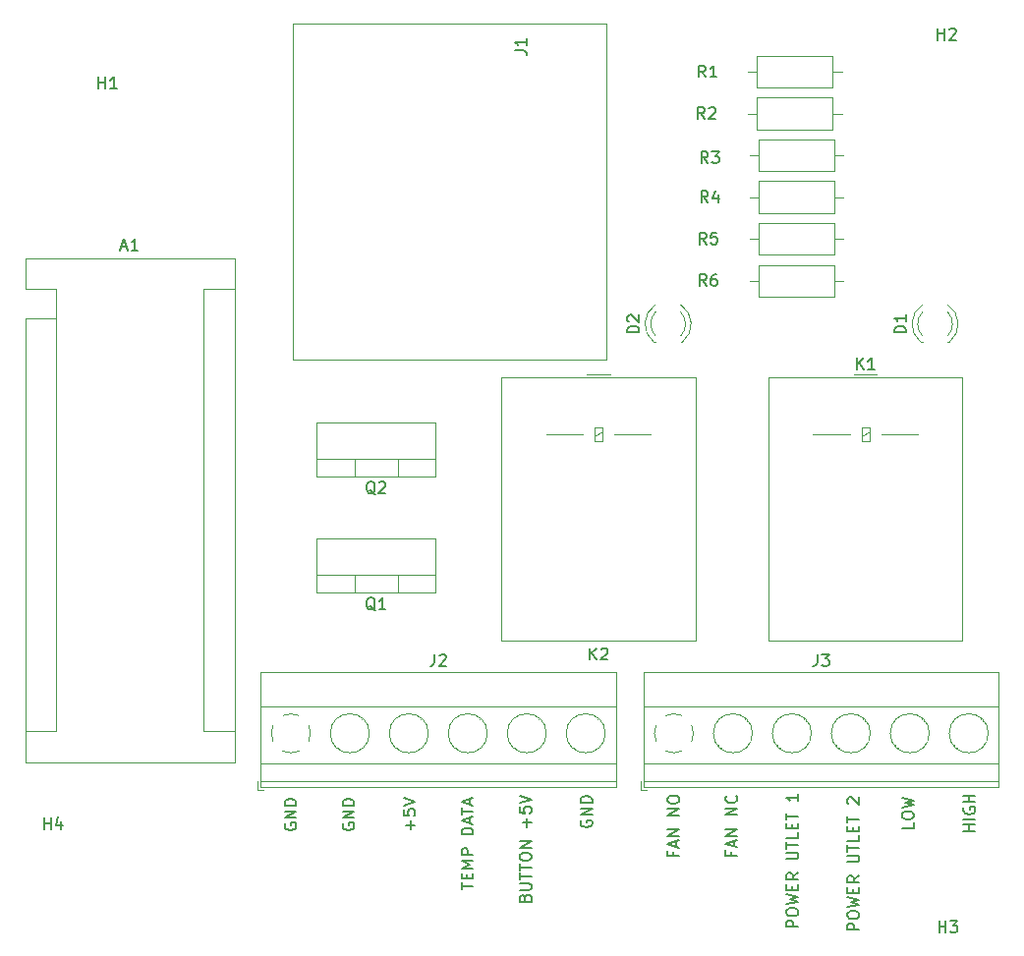
<source format=gto>
G04 #@! TF.GenerationSoftware,KiCad,Pcbnew,5.1.4*
G04 #@! TF.CreationDate,2019-11-04T19:33:23+01:00*
G04 #@! TF.ProjectId,fan-controller,66616e2d-636f-46e7-9472-6f6c6c65722e,1.0*
G04 #@! TF.SameCoordinates,Original*
G04 #@! TF.FileFunction,Legend,Top*
G04 #@! TF.FilePolarity,Positive*
%FSLAX46Y46*%
G04 Gerber Fmt 4.6, Leading zero omitted, Abs format (unit mm)*
G04 Created by KiCad (PCBNEW 5.1.4) date 2019-11-04 19:33:23*
%MOMM*%
%LPD*%
G04 APERTURE LIST*
%ADD10C,0.150000*%
%ADD11C,0.120000*%
G04 APERTURE END LIST*
D10*
X175452380Y-133447619D02*
X174452380Y-133447619D01*
X174928571Y-133447619D02*
X174928571Y-132876190D01*
X175452380Y-132876190D02*
X174452380Y-132876190D01*
X175452380Y-132400000D02*
X174452380Y-132400000D01*
X174500000Y-131400000D02*
X174452380Y-131495238D01*
X174452380Y-131638095D01*
X174500000Y-131780952D01*
X174595238Y-131876190D01*
X174690476Y-131923809D01*
X174880952Y-131971428D01*
X175023809Y-131971428D01*
X175214285Y-131923809D01*
X175309523Y-131876190D01*
X175404761Y-131780952D01*
X175452380Y-131638095D01*
X175452380Y-131542857D01*
X175404761Y-131400000D01*
X175357142Y-131352380D01*
X175023809Y-131352380D01*
X175023809Y-131542857D01*
X175452380Y-130923809D02*
X174452380Y-130923809D01*
X174928571Y-130923809D02*
X174928571Y-130352380D01*
X175452380Y-130352380D02*
X174452380Y-130352380D01*
X170152380Y-132685714D02*
X170152380Y-133161904D01*
X169152380Y-133161904D01*
X169152380Y-132161904D02*
X169152380Y-131971428D01*
X169200000Y-131876190D01*
X169295238Y-131780952D01*
X169485714Y-131733333D01*
X169819047Y-131733333D01*
X170009523Y-131780952D01*
X170104761Y-131876190D01*
X170152380Y-131971428D01*
X170152380Y-132161904D01*
X170104761Y-132257142D01*
X170009523Y-132352380D01*
X169819047Y-132400000D01*
X169485714Y-132400000D01*
X169295238Y-132352380D01*
X169200000Y-132257142D01*
X169152380Y-132161904D01*
X169152380Y-131400000D02*
X170152380Y-131161904D01*
X169438095Y-130971428D01*
X170152380Y-130780952D01*
X169152380Y-130542857D01*
X165452380Y-141940476D02*
X164452380Y-141940476D01*
X164452380Y-141559523D01*
X164500000Y-141464285D01*
X164547619Y-141416666D01*
X164642857Y-141369047D01*
X164785714Y-141369047D01*
X164880952Y-141416666D01*
X164928571Y-141464285D01*
X164976190Y-141559523D01*
X164976190Y-141940476D01*
X164452380Y-140750000D02*
X164452380Y-140559523D01*
X164500000Y-140464285D01*
X164595238Y-140369047D01*
X164785714Y-140321428D01*
X165119047Y-140321428D01*
X165309523Y-140369047D01*
X165404761Y-140464285D01*
X165452380Y-140559523D01*
X165452380Y-140750000D01*
X165404761Y-140845238D01*
X165309523Y-140940476D01*
X165119047Y-140988095D01*
X164785714Y-140988095D01*
X164595238Y-140940476D01*
X164500000Y-140845238D01*
X164452380Y-140750000D01*
X164452380Y-139988095D02*
X165452380Y-139750000D01*
X164738095Y-139559523D01*
X165452380Y-139369047D01*
X164452380Y-139130952D01*
X164928571Y-138750000D02*
X164928571Y-138416666D01*
X165452380Y-138273809D02*
X165452380Y-138750000D01*
X164452380Y-138750000D01*
X164452380Y-138273809D01*
X165452380Y-137273809D02*
X164976190Y-137607142D01*
X165452380Y-137845238D02*
X164452380Y-137845238D01*
X164452380Y-137464285D01*
X164500000Y-137369047D01*
X164547619Y-137321428D01*
X164642857Y-137273809D01*
X164785714Y-137273809D01*
X164880952Y-137321428D01*
X164928571Y-137369047D01*
X164976190Y-137464285D01*
X164976190Y-137845238D01*
X164452380Y-136083333D02*
X165261904Y-136083333D01*
X165357142Y-136035714D01*
X165404761Y-135988095D01*
X165452380Y-135892857D01*
X165452380Y-135702380D01*
X165404761Y-135607142D01*
X165357142Y-135559523D01*
X165261904Y-135511904D01*
X164452380Y-135511904D01*
X164452380Y-135178571D02*
X164452380Y-134607142D01*
X165452380Y-134892857D02*
X164452380Y-134892857D01*
X165452380Y-133797619D02*
X165452380Y-134273809D01*
X164452380Y-134273809D01*
X164928571Y-133464285D02*
X164928571Y-133130952D01*
X165452380Y-132988095D02*
X165452380Y-133464285D01*
X164452380Y-133464285D01*
X164452380Y-132988095D01*
X164452380Y-132702380D02*
X164452380Y-132130952D01*
X165452380Y-132416666D02*
X164452380Y-132416666D01*
X164547619Y-131083333D02*
X164500000Y-131035714D01*
X164452380Y-130940476D01*
X164452380Y-130702380D01*
X164500000Y-130607142D01*
X164547619Y-130559523D01*
X164642857Y-130511904D01*
X164738095Y-130511904D01*
X164880952Y-130559523D01*
X165452380Y-131130952D01*
X165452380Y-130511904D01*
X149428571Y-135238095D02*
X149428571Y-135571428D01*
X149952380Y-135571428D02*
X148952380Y-135571428D01*
X148952380Y-135095238D01*
X149666666Y-134761904D02*
X149666666Y-134285714D01*
X149952380Y-134857142D02*
X148952380Y-134523809D01*
X149952380Y-134190476D01*
X149952380Y-133857142D02*
X148952380Y-133857142D01*
X149952380Y-133285714D01*
X148952380Y-133285714D01*
X149952380Y-132047619D02*
X148952380Y-132047619D01*
X149952380Y-131476190D01*
X148952380Y-131476190D01*
X148952380Y-130809523D02*
X148952380Y-130619047D01*
X149000000Y-130523809D01*
X149095238Y-130428571D01*
X149285714Y-130380952D01*
X149619047Y-130380952D01*
X149809523Y-130428571D01*
X149904761Y-130523809D01*
X149952380Y-130619047D01*
X149952380Y-130809523D01*
X149904761Y-130904761D01*
X149809523Y-131000000D01*
X149619047Y-131047619D01*
X149285714Y-131047619D01*
X149095238Y-131000000D01*
X149000000Y-130904761D01*
X148952380Y-130809523D01*
X154428571Y-135214285D02*
X154428571Y-135547619D01*
X154952380Y-135547619D02*
X153952380Y-135547619D01*
X153952380Y-135071428D01*
X154666666Y-134738095D02*
X154666666Y-134261904D01*
X154952380Y-134833333D02*
X153952380Y-134500000D01*
X154952380Y-134166666D01*
X154952380Y-133833333D02*
X153952380Y-133833333D01*
X154952380Y-133261904D01*
X153952380Y-133261904D01*
X154952380Y-132023809D02*
X153952380Y-132023809D01*
X154952380Y-131452380D01*
X153952380Y-131452380D01*
X154857142Y-130404761D02*
X154904761Y-130452380D01*
X154952380Y-130595238D01*
X154952380Y-130690476D01*
X154904761Y-130833333D01*
X154809523Y-130928571D01*
X154714285Y-130976190D01*
X154523809Y-131023809D01*
X154380952Y-131023809D01*
X154190476Y-130976190D01*
X154095238Y-130928571D01*
X154000000Y-130833333D01*
X153952380Y-130690476D01*
X153952380Y-130595238D01*
X154000000Y-130452380D01*
X154047619Y-130404761D01*
X160202380Y-141690476D02*
X159202380Y-141690476D01*
X159202380Y-141309523D01*
X159250000Y-141214285D01*
X159297619Y-141166666D01*
X159392857Y-141119047D01*
X159535714Y-141119047D01*
X159630952Y-141166666D01*
X159678571Y-141214285D01*
X159726190Y-141309523D01*
X159726190Y-141690476D01*
X159202380Y-140500000D02*
X159202380Y-140309523D01*
X159250000Y-140214285D01*
X159345238Y-140119047D01*
X159535714Y-140071428D01*
X159869047Y-140071428D01*
X160059523Y-140119047D01*
X160154761Y-140214285D01*
X160202380Y-140309523D01*
X160202380Y-140500000D01*
X160154761Y-140595238D01*
X160059523Y-140690476D01*
X159869047Y-140738095D01*
X159535714Y-140738095D01*
X159345238Y-140690476D01*
X159250000Y-140595238D01*
X159202380Y-140500000D01*
X159202380Y-139738095D02*
X160202380Y-139500000D01*
X159488095Y-139309523D01*
X160202380Y-139119047D01*
X159202380Y-138880952D01*
X159678571Y-138500000D02*
X159678571Y-138166666D01*
X160202380Y-138023809D02*
X160202380Y-138500000D01*
X159202380Y-138500000D01*
X159202380Y-138023809D01*
X160202380Y-137023809D02*
X159726190Y-137357142D01*
X160202380Y-137595238D02*
X159202380Y-137595238D01*
X159202380Y-137214285D01*
X159250000Y-137119047D01*
X159297619Y-137071428D01*
X159392857Y-137023809D01*
X159535714Y-137023809D01*
X159630952Y-137071428D01*
X159678571Y-137119047D01*
X159726190Y-137214285D01*
X159726190Y-137595238D01*
X159202380Y-135833333D02*
X160011904Y-135833333D01*
X160107142Y-135785714D01*
X160154761Y-135738095D01*
X160202380Y-135642857D01*
X160202380Y-135452380D01*
X160154761Y-135357142D01*
X160107142Y-135309523D01*
X160011904Y-135261904D01*
X159202380Y-135261904D01*
X159202380Y-134928571D02*
X159202380Y-134357142D01*
X160202380Y-134642857D02*
X159202380Y-134642857D01*
X160202380Y-133547619D02*
X160202380Y-134023809D01*
X159202380Y-134023809D01*
X159678571Y-133214285D02*
X159678571Y-132880952D01*
X160202380Y-132738095D02*
X160202380Y-133214285D01*
X159202380Y-133214285D01*
X159202380Y-132738095D01*
X159202380Y-132452380D02*
X159202380Y-131880952D01*
X160202380Y-132166666D02*
X159202380Y-132166666D01*
X160202380Y-130261904D02*
X160202380Y-130833333D01*
X160202380Y-130547619D02*
X159202380Y-130547619D01*
X159345238Y-130642857D01*
X159440476Y-130738095D01*
X159488095Y-130833333D01*
X141500000Y-132511904D02*
X141452380Y-132607142D01*
X141452380Y-132750000D01*
X141500000Y-132892857D01*
X141595238Y-132988095D01*
X141690476Y-133035714D01*
X141880952Y-133083333D01*
X142023809Y-133083333D01*
X142214285Y-133035714D01*
X142309523Y-132988095D01*
X142404761Y-132892857D01*
X142452380Y-132750000D01*
X142452380Y-132654761D01*
X142404761Y-132511904D01*
X142357142Y-132464285D01*
X142023809Y-132464285D01*
X142023809Y-132654761D01*
X142452380Y-132035714D02*
X141452380Y-132035714D01*
X142452380Y-131464285D01*
X141452380Y-131464285D01*
X142452380Y-130988095D02*
X141452380Y-130988095D01*
X141452380Y-130750000D01*
X141500000Y-130607142D01*
X141595238Y-130511904D01*
X141690476Y-130464285D01*
X141880952Y-130416666D01*
X142023809Y-130416666D01*
X142214285Y-130464285D01*
X142309523Y-130511904D01*
X142404761Y-130607142D01*
X142452380Y-130750000D01*
X142452380Y-130988095D01*
X136678571Y-139166666D02*
X136726190Y-139023809D01*
X136773809Y-138976190D01*
X136869047Y-138928571D01*
X137011904Y-138928571D01*
X137107142Y-138976190D01*
X137154761Y-139023809D01*
X137202380Y-139119047D01*
X137202380Y-139500000D01*
X136202380Y-139500000D01*
X136202380Y-139166666D01*
X136250000Y-139071428D01*
X136297619Y-139023809D01*
X136392857Y-138976190D01*
X136488095Y-138976190D01*
X136583333Y-139023809D01*
X136630952Y-139071428D01*
X136678571Y-139166666D01*
X136678571Y-139500000D01*
X136202380Y-138500000D02*
X137011904Y-138500000D01*
X137107142Y-138452380D01*
X137154761Y-138404761D01*
X137202380Y-138309523D01*
X137202380Y-138119047D01*
X137154761Y-138023809D01*
X137107142Y-137976190D01*
X137011904Y-137928571D01*
X136202380Y-137928571D01*
X136202380Y-137595238D02*
X136202380Y-137023809D01*
X137202380Y-137309523D02*
X136202380Y-137309523D01*
X136202380Y-136833333D02*
X136202380Y-136261904D01*
X137202380Y-136547619D02*
X136202380Y-136547619D01*
X136202380Y-135738095D02*
X136202380Y-135547619D01*
X136250000Y-135452380D01*
X136345238Y-135357142D01*
X136535714Y-135309523D01*
X136869047Y-135309523D01*
X137059523Y-135357142D01*
X137154761Y-135452380D01*
X137202380Y-135547619D01*
X137202380Y-135738095D01*
X137154761Y-135833333D01*
X137059523Y-135928571D01*
X136869047Y-135976190D01*
X136535714Y-135976190D01*
X136345238Y-135928571D01*
X136250000Y-135833333D01*
X136202380Y-135738095D01*
X137202380Y-134880952D02*
X136202380Y-134880952D01*
X137202380Y-134309523D01*
X136202380Y-134309523D01*
X136821428Y-133071428D02*
X136821428Y-132309523D01*
X137202380Y-132690476D02*
X136440476Y-132690476D01*
X136202380Y-131357142D02*
X136202380Y-131833333D01*
X136678571Y-131880952D01*
X136630952Y-131833333D01*
X136583333Y-131738095D01*
X136583333Y-131500000D01*
X136630952Y-131404761D01*
X136678571Y-131357142D01*
X136773809Y-131309523D01*
X137011904Y-131309523D01*
X137107142Y-131357142D01*
X137154761Y-131404761D01*
X137202380Y-131500000D01*
X137202380Y-131738095D01*
X137154761Y-131833333D01*
X137107142Y-131880952D01*
X136202380Y-131023809D02*
X137202380Y-130690476D01*
X136202380Y-130357142D01*
X131202380Y-138428571D02*
X131202380Y-137857142D01*
X132202380Y-138142857D02*
X131202380Y-138142857D01*
X131678571Y-137523809D02*
X131678571Y-137190476D01*
X132202380Y-137047619D02*
X132202380Y-137523809D01*
X131202380Y-137523809D01*
X131202380Y-137047619D01*
X132202380Y-136619047D02*
X131202380Y-136619047D01*
X131916666Y-136285714D01*
X131202380Y-135952380D01*
X132202380Y-135952380D01*
X132202380Y-135476190D02*
X131202380Y-135476190D01*
X131202380Y-135095238D01*
X131250000Y-135000000D01*
X131297619Y-134952380D01*
X131392857Y-134904761D01*
X131535714Y-134904761D01*
X131630952Y-134952380D01*
X131678571Y-135000000D01*
X131726190Y-135095238D01*
X131726190Y-135476190D01*
X132202380Y-133714285D02*
X131202380Y-133714285D01*
X131202380Y-133476190D01*
X131250000Y-133333333D01*
X131345238Y-133238095D01*
X131440476Y-133190476D01*
X131630952Y-133142857D01*
X131773809Y-133142857D01*
X131964285Y-133190476D01*
X132059523Y-133238095D01*
X132154761Y-133333333D01*
X132202380Y-133476190D01*
X132202380Y-133714285D01*
X131916666Y-132761904D02*
X131916666Y-132285714D01*
X132202380Y-132857142D02*
X131202380Y-132523809D01*
X132202380Y-132190476D01*
X131202380Y-132000000D02*
X131202380Y-131428571D01*
X132202380Y-131714285D02*
X131202380Y-131714285D01*
X131916666Y-131142857D02*
X131916666Y-130666666D01*
X132202380Y-131238095D02*
X131202380Y-130904761D01*
X132202380Y-130571428D01*
X116000000Y-132761904D02*
X115952380Y-132857142D01*
X115952380Y-133000000D01*
X116000000Y-133142857D01*
X116095238Y-133238095D01*
X116190476Y-133285714D01*
X116380952Y-133333333D01*
X116523809Y-133333333D01*
X116714285Y-133285714D01*
X116809523Y-133238095D01*
X116904761Y-133142857D01*
X116952380Y-133000000D01*
X116952380Y-132904761D01*
X116904761Y-132761904D01*
X116857142Y-132714285D01*
X116523809Y-132714285D01*
X116523809Y-132904761D01*
X116952380Y-132285714D02*
X115952380Y-132285714D01*
X116952380Y-131714285D01*
X115952380Y-131714285D01*
X116952380Y-131238095D02*
X115952380Y-131238095D01*
X115952380Y-131000000D01*
X116000000Y-130857142D01*
X116095238Y-130761904D01*
X116190476Y-130714285D01*
X116380952Y-130666666D01*
X116523809Y-130666666D01*
X116714285Y-130714285D01*
X116809523Y-130761904D01*
X116904761Y-130857142D01*
X116952380Y-131000000D01*
X116952380Y-131238095D01*
X121000000Y-132761904D02*
X120952380Y-132857142D01*
X120952380Y-133000000D01*
X121000000Y-133142857D01*
X121095238Y-133238095D01*
X121190476Y-133285714D01*
X121380952Y-133333333D01*
X121523809Y-133333333D01*
X121714285Y-133285714D01*
X121809523Y-133238095D01*
X121904761Y-133142857D01*
X121952380Y-133000000D01*
X121952380Y-132904761D01*
X121904761Y-132761904D01*
X121857142Y-132714285D01*
X121523809Y-132714285D01*
X121523809Y-132904761D01*
X121952380Y-132285714D02*
X120952380Y-132285714D01*
X121952380Y-131714285D01*
X120952380Y-131714285D01*
X121952380Y-131238095D02*
X120952380Y-131238095D01*
X120952380Y-131000000D01*
X121000000Y-130857142D01*
X121095238Y-130761904D01*
X121190476Y-130714285D01*
X121380952Y-130666666D01*
X121523809Y-130666666D01*
X121714285Y-130714285D01*
X121809523Y-130761904D01*
X121904761Y-130857142D01*
X121952380Y-131000000D01*
X121952380Y-131238095D01*
X126821428Y-133285714D02*
X126821428Y-132523809D01*
X127202380Y-132904761D02*
X126440476Y-132904761D01*
X126202380Y-131571428D02*
X126202380Y-132047619D01*
X126678571Y-132095238D01*
X126630952Y-132047619D01*
X126583333Y-131952380D01*
X126583333Y-131714285D01*
X126630952Y-131619047D01*
X126678571Y-131571428D01*
X126773809Y-131523809D01*
X127011904Y-131523809D01*
X127107142Y-131571428D01*
X127154761Y-131619047D01*
X127202380Y-131714285D01*
X127202380Y-131952380D01*
X127154761Y-132047619D01*
X127107142Y-132095238D01*
X126202380Y-131238095D02*
X127202380Y-130904761D01*
X126202380Y-130571428D01*
D11*
X151350000Y-117050000D02*
X151350000Y-94350000D01*
X151350000Y-94350000D02*
X134650000Y-94350000D01*
X134650000Y-94350000D02*
X134650000Y-117050000D01*
X134650000Y-117050000D02*
X151350000Y-117050000D01*
X142650000Y-99400000D02*
X143350000Y-99000000D01*
X143350000Y-99800000D02*
X143350000Y-98600000D01*
X143350000Y-98600000D02*
X142650000Y-98600000D01*
X142650000Y-98600000D02*
X142650000Y-99800000D01*
X142650000Y-99800000D02*
X143350000Y-99800000D01*
X142000000Y-94090000D02*
X144000000Y-94090000D01*
X138500000Y-99200000D02*
X141650000Y-99200000D01*
X144350000Y-99200000D02*
X147500000Y-99200000D01*
X150183318Y-126534756D02*
G75*
G02X149500000Y-126680000I-683318J1534756D01*
G01*
X151035426Y-124316958D02*
G75*
G02X151035000Y-125684000I-1535426J-683042D01*
G01*
X148816958Y-123464574D02*
G75*
G02X150184000Y-123465000I683042J-1535426D01*
G01*
X147964574Y-125683042D02*
G75*
G02X147965000Y-124316000I1535426J683042D01*
G01*
X149528805Y-126680253D02*
G75*
G02X148816000Y-126535000I-28805J1680253D01*
G01*
X156260000Y-125000000D02*
G75*
G03X156260000Y-125000000I-1680000J0D01*
G01*
X161340000Y-125000000D02*
G75*
G03X161340000Y-125000000I-1680000J0D01*
G01*
X166420000Y-125000000D02*
G75*
G03X166420000Y-125000000I-1680000J0D01*
G01*
X171500000Y-125000000D02*
G75*
G03X171500000Y-125000000I-1680000J0D01*
G01*
X176580000Y-125000000D02*
G75*
G03X176580000Y-125000000I-1680000J0D01*
G01*
X146900000Y-129100000D02*
X177500000Y-129100000D01*
X146900000Y-127600000D02*
X177500000Y-127600000D01*
X146900000Y-122699000D02*
X177500000Y-122699000D01*
X146900000Y-119739000D02*
X177500000Y-119739000D01*
X146900000Y-129660000D02*
X177500000Y-129660000D01*
X146900000Y-119739000D02*
X146900000Y-129660000D01*
X177500000Y-119739000D02*
X177500000Y-129660000D01*
X155855000Y-123931000D02*
X155808000Y-123977000D01*
X153546000Y-126239000D02*
X153511000Y-126274000D01*
X155650000Y-123725000D02*
X155615000Y-123761000D01*
X153353000Y-126023000D02*
X153306000Y-126069000D01*
X160935000Y-123931000D02*
X160888000Y-123977000D01*
X158626000Y-126239000D02*
X158591000Y-126274000D01*
X160730000Y-123725000D02*
X160695000Y-123761000D01*
X158433000Y-126023000D02*
X158386000Y-126069000D01*
X166015000Y-123931000D02*
X165968000Y-123977000D01*
X163706000Y-126239000D02*
X163671000Y-126274000D01*
X165810000Y-123725000D02*
X165775000Y-123761000D01*
X163513000Y-126023000D02*
X163466000Y-126069000D01*
X171095000Y-123931000D02*
X171048000Y-123977000D01*
X168786000Y-126239000D02*
X168751000Y-126274000D01*
X170890000Y-123725000D02*
X170855000Y-123761000D01*
X168593000Y-126023000D02*
X168546000Y-126069000D01*
X176175000Y-123931000D02*
X176128000Y-123977000D01*
X173866000Y-126239000D02*
X173831000Y-126274000D01*
X175970000Y-123725000D02*
X175935000Y-123761000D01*
X173673000Y-126023000D02*
X173626000Y-126069000D01*
X146660000Y-129160000D02*
X146660000Y-129900000D01*
X146660000Y-129900000D02*
X147160000Y-129900000D01*
X96270000Y-89270000D02*
X96270000Y-86730000D01*
X96270000Y-86730000D02*
X93600000Y-86730000D01*
X93600000Y-89270000D02*
X93600000Y-127500000D01*
X93600000Y-84060000D02*
X93600000Y-86730000D01*
X108970000Y-86730000D02*
X111640000Y-86730000D01*
X108970000Y-86730000D02*
X108970000Y-124830000D01*
X108970000Y-124830000D02*
X111640000Y-124830000D01*
X96270000Y-89270000D02*
X93600000Y-89270000D01*
X96270000Y-89270000D02*
X96270000Y-124830000D01*
X96270000Y-124830000D02*
X93600000Y-124830000D01*
X93600000Y-127500000D02*
X111640000Y-127500000D01*
X111640000Y-127500000D02*
X111640000Y-84060000D01*
X111640000Y-84060000D02*
X93600000Y-84060000D01*
X147921392Y-88057665D02*
G75*
G03X147764484Y-91290000I1078608J-1672335D01*
G01*
X150078608Y-88057665D02*
G75*
G02X150235516Y-91290000I-1078608J-1672335D01*
G01*
X147920163Y-88688870D02*
G75*
G03X147920000Y-90770961I1079837J-1041130D01*
G01*
X150079837Y-88688870D02*
G75*
G02X150080000Y-90770961I-1079837J-1041130D01*
G01*
X147764000Y-91290000D02*
X147920000Y-91290000D01*
X150080000Y-91290000D02*
X150236000Y-91290000D01*
X113660000Y-129900000D02*
X114160000Y-129900000D01*
X113660000Y-129160000D02*
X113660000Y-129900000D01*
X140673000Y-126023000D02*
X140626000Y-126069000D01*
X142970000Y-123725000D02*
X142935000Y-123761000D01*
X140866000Y-126239000D02*
X140831000Y-126274000D01*
X143175000Y-123931000D02*
X143128000Y-123977000D01*
X135593000Y-126023000D02*
X135546000Y-126069000D01*
X137890000Y-123725000D02*
X137855000Y-123761000D01*
X135786000Y-126239000D02*
X135751000Y-126274000D01*
X138095000Y-123931000D02*
X138048000Y-123977000D01*
X130513000Y-126023000D02*
X130466000Y-126069000D01*
X132810000Y-123725000D02*
X132775000Y-123761000D01*
X130706000Y-126239000D02*
X130671000Y-126274000D01*
X133015000Y-123931000D02*
X132968000Y-123977000D01*
X125433000Y-126023000D02*
X125386000Y-126069000D01*
X127730000Y-123725000D02*
X127695000Y-123761000D01*
X125626000Y-126239000D02*
X125591000Y-126274000D01*
X127935000Y-123931000D02*
X127888000Y-123977000D01*
X120353000Y-126023000D02*
X120306000Y-126069000D01*
X122650000Y-123725000D02*
X122615000Y-123761000D01*
X120546000Y-126239000D02*
X120511000Y-126274000D01*
X122855000Y-123931000D02*
X122808000Y-123977000D01*
X144500000Y-119739000D02*
X144500000Y-129660000D01*
X113900000Y-119739000D02*
X113900000Y-129660000D01*
X113900000Y-129660000D02*
X144500000Y-129660000D01*
X113900000Y-119739000D02*
X144500000Y-119739000D01*
X113900000Y-122699000D02*
X144500000Y-122699000D01*
X113900000Y-127600000D02*
X144500000Y-127600000D01*
X113900000Y-129100000D02*
X144500000Y-129100000D01*
X143580000Y-125000000D02*
G75*
G03X143580000Y-125000000I-1680000J0D01*
G01*
X138500000Y-125000000D02*
G75*
G03X138500000Y-125000000I-1680000J0D01*
G01*
X133420000Y-125000000D02*
G75*
G03X133420000Y-125000000I-1680000J0D01*
G01*
X128340000Y-125000000D02*
G75*
G03X128340000Y-125000000I-1680000J0D01*
G01*
X123260000Y-125000000D02*
G75*
G03X123260000Y-125000000I-1680000J0D01*
G01*
X116528805Y-126680253D02*
G75*
G02X115816000Y-126535000I-28805J1680253D01*
G01*
X114964574Y-125683042D02*
G75*
G02X114965000Y-124316000I1535426J683042D01*
G01*
X115816958Y-123464574D02*
G75*
G02X117184000Y-123465000I683042J-1535426D01*
G01*
X118035426Y-124316958D02*
G75*
G02X118035000Y-125684000I-1535426J-683042D01*
G01*
X117183318Y-126534756D02*
G75*
G02X116500000Y-126680000I-683318J1534756D01*
G01*
X164120000Y-86000000D02*
X163350000Y-86000000D01*
X156040000Y-86000000D02*
X156810000Y-86000000D01*
X163350000Y-84630000D02*
X156810000Y-84630000D01*
X163350000Y-87370000D02*
X163350000Y-84630000D01*
X156810000Y-87370000D02*
X163350000Y-87370000D01*
X156810000Y-84630000D02*
X156810000Y-87370000D01*
X156810000Y-81030000D02*
X156810000Y-83770000D01*
X156810000Y-83770000D02*
X163350000Y-83770000D01*
X163350000Y-83770000D02*
X163350000Y-81030000D01*
X163350000Y-81030000D02*
X156810000Y-81030000D01*
X156040000Y-82400000D02*
X156810000Y-82400000D01*
X164120000Y-82400000D02*
X163350000Y-82400000D01*
X163190000Y-72970000D02*
X163190000Y-70230000D01*
X163190000Y-70230000D02*
X156650000Y-70230000D01*
X156650000Y-70230000D02*
X156650000Y-72970000D01*
X156650000Y-72970000D02*
X163190000Y-72970000D01*
X163960000Y-71600000D02*
X163190000Y-71600000D01*
X155880000Y-71600000D02*
X156650000Y-71600000D01*
X143690000Y-63800000D02*
X116690000Y-63800000D01*
X143690000Y-63800000D02*
X143690000Y-92800000D01*
X143690000Y-92800000D02*
X116690000Y-92800000D01*
X116690000Y-92800000D02*
X116690000Y-63800000D01*
X170921392Y-88057665D02*
G75*
G03X170764484Y-91290000I1078608J-1672335D01*
G01*
X173078608Y-88057665D02*
G75*
G02X173235516Y-91290000I-1078608J-1672335D01*
G01*
X170920163Y-88688870D02*
G75*
G03X170920000Y-90770961I1079837J-1041130D01*
G01*
X173079837Y-88688870D02*
G75*
G02X173080000Y-90770961I-1079837J-1041130D01*
G01*
X170764000Y-91290000D02*
X170920000Y-91290000D01*
X173080000Y-91290000D02*
X173236000Y-91290000D01*
X174350000Y-117050000D02*
X174350000Y-94350000D01*
X174350000Y-94350000D02*
X157650000Y-94350000D01*
X157650000Y-94350000D02*
X157650000Y-117050000D01*
X157650000Y-117050000D02*
X174350000Y-117050000D01*
X165650000Y-99400000D02*
X166350000Y-99000000D01*
X166350000Y-99800000D02*
X166350000Y-98600000D01*
X166350000Y-98600000D02*
X165650000Y-98600000D01*
X165650000Y-98600000D02*
X165650000Y-99800000D01*
X165650000Y-99800000D02*
X166350000Y-99800000D01*
X165000000Y-94090000D02*
X167000000Y-94090000D01*
X161500000Y-99200000D02*
X164650000Y-99200000D01*
X167350000Y-99200000D02*
X170500000Y-99200000D01*
X122009000Y-112870000D02*
X122009000Y-111360000D01*
X125710000Y-112870000D02*
X125710000Y-111360000D01*
X128980000Y-111360000D02*
X118740000Y-111360000D01*
X118740000Y-112870000D02*
X118740000Y-108229000D01*
X128980000Y-112870000D02*
X128980000Y-108229000D01*
X128980000Y-108229000D02*
X118740000Y-108229000D01*
X128980000Y-112870000D02*
X118740000Y-112870000D01*
X128980000Y-102870000D02*
X118740000Y-102870000D01*
X128980000Y-98229000D02*
X118740000Y-98229000D01*
X128980000Y-102870000D02*
X128980000Y-98229000D01*
X118740000Y-102870000D02*
X118740000Y-98229000D01*
X128980000Y-101360000D02*
X118740000Y-101360000D01*
X125710000Y-102870000D02*
X125710000Y-101360000D01*
X122009000Y-102870000D02*
X122009000Y-101360000D01*
X155880000Y-68000000D02*
X156650000Y-68000000D01*
X163960000Y-68000000D02*
X163190000Y-68000000D01*
X156650000Y-69370000D02*
X163190000Y-69370000D01*
X156650000Y-66630000D02*
X156650000Y-69370000D01*
X163190000Y-66630000D02*
X156650000Y-66630000D01*
X163190000Y-69370000D02*
X163190000Y-66630000D01*
X156810000Y-73830000D02*
X156810000Y-76570000D01*
X156810000Y-76570000D02*
X163350000Y-76570000D01*
X163350000Y-76570000D02*
X163350000Y-73830000D01*
X163350000Y-73830000D02*
X156810000Y-73830000D01*
X156040000Y-75200000D02*
X156810000Y-75200000D01*
X164120000Y-75200000D02*
X163350000Y-75200000D01*
X156810000Y-77430000D02*
X156810000Y-80170000D01*
X156810000Y-80170000D02*
X163350000Y-80170000D01*
X163350000Y-80170000D02*
X163350000Y-77430000D01*
X163350000Y-77430000D02*
X156810000Y-77430000D01*
X156040000Y-78800000D02*
X156810000Y-78800000D01*
X164120000Y-78800000D02*
X163350000Y-78800000D01*
D10*
X142261904Y-118652380D02*
X142261904Y-117652380D01*
X142833333Y-118652380D02*
X142404761Y-118080952D01*
X142833333Y-117652380D02*
X142261904Y-118223809D01*
X143214285Y-117747619D02*
X143261904Y-117700000D01*
X143357142Y-117652380D01*
X143595238Y-117652380D01*
X143690476Y-117700000D01*
X143738095Y-117747619D01*
X143785714Y-117842857D01*
X143785714Y-117938095D01*
X143738095Y-118080952D01*
X143166666Y-118652380D01*
X143785714Y-118652380D01*
X161866666Y-118192380D02*
X161866666Y-118906666D01*
X161819047Y-119049523D01*
X161723809Y-119144761D01*
X161580952Y-119192380D01*
X161485714Y-119192380D01*
X162247619Y-118192380D02*
X162866666Y-118192380D01*
X162533333Y-118573333D01*
X162676190Y-118573333D01*
X162771428Y-118620952D01*
X162819047Y-118668571D01*
X162866666Y-118763809D01*
X162866666Y-119001904D01*
X162819047Y-119097142D01*
X162771428Y-119144761D01*
X162676190Y-119192380D01*
X162390476Y-119192380D01*
X162295238Y-119144761D01*
X162247619Y-119097142D01*
X101905714Y-83086666D02*
X102381904Y-83086666D01*
X101810476Y-83372380D02*
X102143809Y-82372380D01*
X102477142Y-83372380D01*
X103334285Y-83372380D02*
X102762857Y-83372380D01*
X103048571Y-83372380D02*
X103048571Y-82372380D01*
X102953333Y-82515238D01*
X102858095Y-82610476D01*
X102762857Y-82658095D01*
X146492380Y-90468095D02*
X145492380Y-90468095D01*
X145492380Y-90230000D01*
X145540000Y-90087142D01*
X145635238Y-89991904D01*
X145730476Y-89944285D01*
X145920952Y-89896666D01*
X146063809Y-89896666D01*
X146254285Y-89944285D01*
X146349523Y-89991904D01*
X146444761Y-90087142D01*
X146492380Y-90230000D01*
X146492380Y-90468095D01*
X145587619Y-89515714D02*
X145540000Y-89468095D01*
X145492380Y-89372857D01*
X145492380Y-89134761D01*
X145540000Y-89039523D01*
X145587619Y-88991904D01*
X145682857Y-88944285D01*
X145778095Y-88944285D01*
X145920952Y-88991904D01*
X146492380Y-89563333D01*
X146492380Y-88944285D01*
X99938095Y-69452380D02*
X99938095Y-68452380D01*
X99938095Y-68928571D02*
X100509523Y-68928571D01*
X100509523Y-69452380D02*
X100509523Y-68452380D01*
X101509523Y-69452380D02*
X100938095Y-69452380D01*
X101223809Y-69452380D02*
X101223809Y-68452380D01*
X101128571Y-68595238D01*
X101033333Y-68690476D01*
X100938095Y-68738095D01*
X172238095Y-65252380D02*
X172238095Y-64252380D01*
X172238095Y-64728571D02*
X172809523Y-64728571D01*
X172809523Y-65252380D02*
X172809523Y-64252380D01*
X173238095Y-64347619D02*
X173285714Y-64300000D01*
X173380952Y-64252380D01*
X173619047Y-64252380D01*
X173714285Y-64300000D01*
X173761904Y-64347619D01*
X173809523Y-64442857D01*
X173809523Y-64538095D01*
X173761904Y-64680952D01*
X173190476Y-65252380D01*
X173809523Y-65252380D01*
X172338095Y-142152380D02*
X172338095Y-141152380D01*
X172338095Y-141628571D02*
X172909523Y-141628571D01*
X172909523Y-142152380D02*
X172909523Y-141152380D01*
X173290476Y-141152380D02*
X173909523Y-141152380D01*
X173576190Y-141533333D01*
X173719047Y-141533333D01*
X173814285Y-141580952D01*
X173861904Y-141628571D01*
X173909523Y-141723809D01*
X173909523Y-141961904D01*
X173861904Y-142057142D01*
X173814285Y-142104761D01*
X173719047Y-142152380D01*
X173433333Y-142152380D01*
X173338095Y-142104761D01*
X173290476Y-142057142D01*
X95238095Y-133252380D02*
X95238095Y-132252380D01*
X95238095Y-132728571D02*
X95809523Y-132728571D01*
X95809523Y-133252380D02*
X95809523Y-132252380D01*
X96714285Y-132585714D02*
X96714285Y-133252380D01*
X96476190Y-132204761D02*
X96238095Y-132919047D01*
X96857142Y-132919047D01*
X128866666Y-118192380D02*
X128866666Y-118906666D01*
X128819047Y-119049523D01*
X128723809Y-119144761D01*
X128580952Y-119192380D01*
X128485714Y-119192380D01*
X129295238Y-118287619D02*
X129342857Y-118240000D01*
X129438095Y-118192380D01*
X129676190Y-118192380D01*
X129771428Y-118240000D01*
X129819047Y-118287619D01*
X129866666Y-118382857D01*
X129866666Y-118478095D01*
X129819047Y-118620952D01*
X129247619Y-119192380D01*
X129866666Y-119192380D01*
X152293333Y-86452380D02*
X151960000Y-85976190D01*
X151721904Y-86452380D02*
X151721904Y-85452380D01*
X152102857Y-85452380D01*
X152198095Y-85500000D01*
X152245714Y-85547619D01*
X152293333Y-85642857D01*
X152293333Y-85785714D01*
X152245714Y-85880952D01*
X152198095Y-85928571D01*
X152102857Y-85976190D01*
X151721904Y-85976190D01*
X153150476Y-85452380D02*
X152960000Y-85452380D01*
X152864761Y-85500000D01*
X152817142Y-85547619D01*
X152721904Y-85690476D01*
X152674285Y-85880952D01*
X152674285Y-86261904D01*
X152721904Y-86357142D01*
X152769523Y-86404761D01*
X152864761Y-86452380D01*
X153055238Y-86452380D01*
X153150476Y-86404761D01*
X153198095Y-86357142D01*
X153245714Y-86261904D01*
X153245714Y-86023809D01*
X153198095Y-85928571D01*
X153150476Y-85880952D01*
X153055238Y-85833333D01*
X152864761Y-85833333D01*
X152769523Y-85880952D01*
X152721904Y-85928571D01*
X152674285Y-86023809D01*
X152293333Y-82852380D02*
X151960000Y-82376190D01*
X151721904Y-82852380D02*
X151721904Y-81852380D01*
X152102857Y-81852380D01*
X152198095Y-81900000D01*
X152245714Y-81947619D01*
X152293333Y-82042857D01*
X152293333Y-82185714D01*
X152245714Y-82280952D01*
X152198095Y-82328571D01*
X152102857Y-82376190D01*
X151721904Y-82376190D01*
X153198095Y-81852380D02*
X152721904Y-81852380D01*
X152674285Y-82328571D01*
X152721904Y-82280952D01*
X152817142Y-82233333D01*
X153055238Y-82233333D01*
X153150476Y-82280952D01*
X153198095Y-82328571D01*
X153245714Y-82423809D01*
X153245714Y-82661904D01*
X153198095Y-82757142D01*
X153150476Y-82804761D01*
X153055238Y-82852380D01*
X152817142Y-82852380D01*
X152721904Y-82804761D01*
X152674285Y-82757142D01*
X152133333Y-72052380D02*
X151800000Y-71576190D01*
X151561904Y-72052380D02*
X151561904Y-71052380D01*
X151942857Y-71052380D01*
X152038095Y-71100000D01*
X152085714Y-71147619D01*
X152133333Y-71242857D01*
X152133333Y-71385714D01*
X152085714Y-71480952D01*
X152038095Y-71528571D01*
X151942857Y-71576190D01*
X151561904Y-71576190D01*
X152514285Y-71147619D02*
X152561904Y-71100000D01*
X152657142Y-71052380D01*
X152895238Y-71052380D01*
X152990476Y-71100000D01*
X153038095Y-71147619D01*
X153085714Y-71242857D01*
X153085714Y-71338095D01*
X153038095Y-71480952D01*
X152466666Y-72052380D01*
X153085714Y-72052380D01*
X135782380Y-66133333D02*
X136496666Y-66133333D01*
X136639523Y-66180952D01*
X136734761Y-66276190D01*
X136782380Y-66419047D01*
X136782380Y-66514285D01*
X136782380Y-65133333D02*
X136782380Y-65704761D01*
X136782380Y-65419047D02*
X135782380Y-65419047D01*
X135925238Y-65514285D01*
X136020476Y-65609523D01*
X136068095Y-65704761D01*
X169492380Y-90468095D02*
X168492380Y-90468095D01*
X168492380Y-90230000D01*
X168540000Y-90087142D01*
X168635238Y-89991904D01*
X168730476Y-89944285D01*
X168920952Y-89896666D01*
X169063809Y-89896666D01*
X169254285Y-89944285D01*
X169349523Y-89991904D01*
X169444761Y-90087142D01*
X169492380Y-90230000D01*
X169492380Y-90468095D01*
X169492380Y-88944285D02*
X169492380Y-89515714D01*
X169492380Y-89230000D02*
X168492380Y-89230000D01*
X168635238Y-89325238D01*
X168730476Y-89420476D01*
X168778095Y-89515714D01*
X165261904Y-93652380D02*
X165261904Y-92652380D01*
X165833333Y-93652380D02*
X165404761Y-93080952D01*
X165833333Y-92652380D02*
X165261904Y-93223809D01*
X166785714Y-93652380D02*
X166214285Y-93652380D01*
X166500000Y-93652380D02*
X166500000Y-92652380D01*
X166404761Y-92795238D01*
X166309523Y-92890476D01*
X166214285Y-92938095D01*
X123764761Y-114417619D02*
X123669523Y-114370000D01*
X123574285Y-114274761D01*
X123431428Y-114131904D01*
X123336190Y-114084285D01*
X123240952Y-114084285D01*
X123288571Y-114322380D02*
X123193333Y-114274761D01*
X123098095Y-114179523D01*
X123050476Y-113989047D01*
X123050476Y-113655714D01*
X123098095Y-113465238D01*
X123193333Y-113370000D01*
X123288571Y-113322380D01*
X123479047Y-113322380D01*
X123574285Y-113370000D01*
X123669523Y-113465238D01*
X123717142Y-113655714D01*
X123717142Y-113989047D01*
X123669523Y-114179523D01*
X123574285Y-114274761D01*
X123479047Y-114322380D01*
X123288571Y-114322380D01*
X124669523Y-114322380D02*
X124098095Y-114322380D01*
X124383809Y-114322380D02*
X124383809Y-113322380D01*
X124288571Y-113465238D01*
X124193333Y-113560476D01*
X124098095Y-113608095D01*
X123764761Y-104417619D02*
X123669523Y-104370000D01*
X123574285Y-104274761D01*
X123431428Y-104131904D01*
X123336190Y-104084285D01*
X123240952Y-104084285D01*
X123288571Y-104322380D02*
X123193333Y-104274761D01*
X123098095Y-104179523D01*
X123050476Y-103989047D01*
X123050476Y-103655714D01*
X123098095Y-103465238D01*
X123193333Y-103370000D01*
X123288571Y-103322380D01*
X123479047Y-103322380D01*
X123574285Y-103370000D01*
X123669523Y-103465238D01*
X123717142Y-103655714D01*
X123717142Y-103989047D01*
X123669523Y-104179523D01*
X123574285Y-104274761D01*
X123479047Y-104322380D01*
X123288571Y-104322380D01*
X124098095Y-103417619D02*
X124145714Y-103370000D01*
X124240952Y-103322380D01*
X124479047Y-103322380D01*
X124574285Y-103370000D01*
X124621904Y-103417619D01*
X124669523Y-103512857D01*
X124669523Y-103608095D01*
X124621904Y-103750952D01*
X124050476Y-104322380D01*
X124669523Y-104322380D01*
X152233333Y-68452380D02*
X151900000Y-67976190D01*
X151661904Y-68452380D02*
X151661904Y-67452380D01*
X152042857Y-67452380D01*
X152138095Y-67500000D01*
X152185714Y-67547619D01*
X152233333Y-67642857D01*
X152233333Y-67785714D01*
X152185714Y-67880952D01*
X152138095Y-67928571D01*
X152042857Y-67976190D01*
X151661904Y-67976190D01*
X153185714Y-68452380D02*
X152614285Y-68452380D01*
X152900000Y-68452380D02*
X152900000Y-67452380D01*
X152804761Y-67595238D01*
X152709523Y-67690476D01*
X152614285Y-67738095D01*
X152433333Y-75852380D02*
X152100000Y-75376190D01*
X151861904Y-75852380D02*
X151861904Y-74852380D01*
X152242857Y-74852380D01*
X152338095Y-74900000D01*
X152385714Y-74947619D01*
X152433333Y-75042857D01*
X152433333Y-75185714D01*
X152385714Y-75280952D01*
X152338095Y-75328571D01*
X152242857Y-75376190D01*
X151861904Y-75376190D01*
X152766666Y-74852380D02*
X153385714Y-74852380D01*
X153052380Y-75233333D01*
X153195238Y-75233333D01*
X153290476Y-75280952D01*
X153338095Y-75328571D01*
X153385714Y-75423809D01*
X153385714Y-75661904D01*
X153338095Y-75757142D01*
X153290476Y-75804761D01*
X153195238Y-75852380D01*
X152909523Y-75852380D01*
X152814285Y-75804761D01*
X152766666Y-75757142D01*
X152433333Y-79252380D02*
X152100000Y-78776190D01*
X151861904Y-79252380D02*
X151861904Y-78252380D01*
X152242857Y-78252380D01*
X152338095Y-78300000D01*
X152385714Y-78347619D01*
X152433333Y-78442857D01*
X152433333Y-78585714D01*
X152385714Y-78680952D01*
X152338095Y-78728571D01*
X152242857Y-78776190D01*
X151861904Y-78776190D01*
X153290476Y-78585714D02*
X153290476Y-79252380D01*
X153052380Y-78204761D02*
X152814285Y-78919047D01*
X153433333Y-78919047D01*
M02*

</source>
